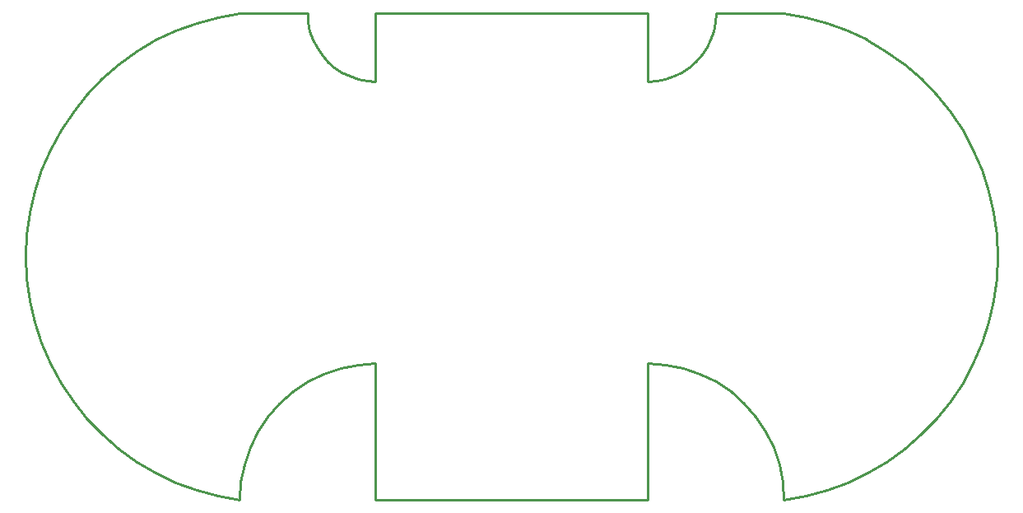
<source format=gko>
G04 Layer: BoardOutline*
G04 EasyEDA v6.4.19.5, 2021-06-24T18:33:29+08:00*
G04 aead1162afaa444bbc7f75adb803ea33,99b1a7aa48a248eb80d1c8c93250a523,10*
G04 Gerber Generator version 0.2*
G04 Scale: 100 percent, Rotated: No, Reflected: No *
G04 Dimensions in millimeters *
G04 leading zeros omitted , absolute positions ,4 integer and 5 decimal *
%FSLAX45Y45*%
%MOMM*%

%ADD10C,0.2540*%
D10*
X9096796Y13890175D02*
G01*
X8886898Y14035608D01*
X6635772Y13736452D02*
G01*
X6722478Y13765883D01*
X3654600Y10812599D02*
G01*
X3654600Y9412599D01*
X8886898Y14035608D02*
G01*
X8691191Y14151173D01*
X9568588Y13400460D02*
G01*
X9426285Y13577681D01*
X9268592Y13741364D02*
G01*
X9096796Y13890175D01*
X7854599Y14412600D02*
G01*
X7154600Y14412600D01*
X3292254Y10764895D02*
G01*
X3118843Y10706031D01*
X6454599Y10812599D02*
G01*
X6454599Y9412599D01*
X3654600Y10812599D02*
G01*
X3471862Y10800623D01*
X3292254Y10764895D01*
X2361168Y9948357D02*
G01*
X2302304Y9774946D01*
X2664650Y10402549D02*
G01*
X2543906Y10264866D01*
X2954599Y10625035D02*
G01*
X2802333Y10523293D01*
X2302304Y9774946D02*
G01*
X2266576Y9595337D01*
X2802333Y10523293D02*
G01*
X2664650Y10402549D01*
X3118843Y10706031D02*
G01*
X2954599Y10625035D01*
X7565293Y10264866D02*
G01*
X7444549Y10402549D01*
X7806895Y9774946D02*
G01*
X7748031Y9948357D01*
X2254600Y14412600D02*
G01*
X2954599Y14412600D01*
X7154600Y10625035D02*
G01*
X6990356Y10706031D01*
X6816945Y10764895D01*
X7444549Y10402549D02*
G01*
X7306866Y10523293D01*
X6816945Y10764895D02*
G01*
X6637337Y10800623D01*
X7306866Y10523293D02*
G01*
X7154600Y10625035D01*
X7748031Y9948357D02*
G01*
X7667035Y10112601D01*
X6637337Y10800623D02*
G01*
X6454599Y10812599D01*
X7854599Y9412599D02*
G01*
X7842623Y9595337D01*
X2266576Y9595337D02*
G01*
X2254600Y9412599D01*
X2543906Y10264866D02*
G01*
X2442164Y10112601D01*
X2361168Y9948357D01*
X7667035Y10112601D02*
G01*
X7565293Y10264866D01*
X7842623Y9595337D02*
G01*
X7806895Y9774946D01*
X6804599Y13806383D02*
G01*
X6880733Y13857251D01*
X6880733Y13857251D02*
G01*
X6949574Y13917625D01*
X7060818Y14062600D02*
G01*
X7101316Y14144721D01*
X7009947Y13986466D02*
G01*
X7060818Y14062600D01*
X7148611Y14321231D02*
G01*
X7154600Y14412600D01*
X7854599Y9412599D02*
G01*
X8078508Y9451632D01*
X8297989Y9510676D02*
G01*
X8511260Y9589254D01*
X8511260Y9589254D02*
G01*
X8716586Y9686724D01*
X8716586Y9686724D02*
G01*
X8912296Y9802294D01*
X9096796Y9935024D02*
G01*
X9268592Y10083835D01*
X9802545Y10813943D02*
G01*
X9892294Y11022756D01*
X9892294Y11022756D02*
G01*
X9962868Y11238809D01*
X9962868Y11238809D02*
G01*
X10013690Y11460337D01*
X10013690Y11460337D02*
G01*
X10044351Y11685546D01*
X10044351Y11685546D02*
G01*
X10054600Y11912600D01*
X9694351Y10614060D02*
G01*
X9802545Y10813943D01*
X6949574Y13917625D02*
G01*
X7009947Y13986466D01*
X7101316Y14144721D02*
G01*
X7130747Y14231426D01*
X9268592Y10083835D02*
G01*
X9426285Y10247518D01*
X8078508Y9451632D02*
G01*
X8297989Y9510676D01*
X9426285Y10247518D02*
G01*
X9568588Y10424739D01*
X6722478Y13765883D02*
G01*
X6804599Y13806383D01*
X8912296Y9802294D02*
G01*
X9096796Y9935024D01*
X9568588Y10424739D02*
G01*
X9694351Y10614060D01*
X7130747Y14231426D02*
G01*
X7148611Y14321231D01*
X3386721Y13765883D02*
G01*
X3304600Y13806383D01*
X10054600Y11912600D02*
G01*
X10044351Y12139653D01*
X6454599Y9412599D02*
G01*
X3654600Y9412599D01*
X10044351Y12139653D02*
G01*
X10013690Y12364862D01*
X6454599Y14412600D02*
G01*
X6454599Y13712598D01*
X3473427Y13736452D02*
G01*
X3386721Y13765883D01*
X2030691Y14373567D02*
G01*
X2254600Y14412600D01*
X6454599Y13712598D02*
G01*
X6545968Y13718588D01*
X8511260Y14235945D02*
G01*
X8297989Y14314523D01*
X8297989Y14314523D02*
G01*
X8078508Y14373567D01*
X3159625Y13917625D02*
G01*
X3099252Y13986466D01*
X9962868Y12586390D02*
G01*
X9892294Y12802443D01*
X9426285Y13577681D02*
G01*
X9268592Y13741364D01*
X10013690Y12364862D02*
G01*
X9962868Y12586390D01*
X3654600Y13712598D02*
G01*
X3654600Y14412600D01*
X9892294Y12802443D02*
G01*
X9802545Y13011256D01*
X8078508Y14373567D02*
G01*
X7854599Y14412600D01*
X3304600Y13806383D02*
G01*
X3228466Y13857251D01*
X3007883Y14144721D02*
G01*
X2978452Y14231426D01*
X2978452Y14231426D02*
G01*
X2960588Y14321231D01*
X2030691Y9451632D02*
G01*
X1811210Y9510676D01*
X3048381Y14062600D02*
G01*
X3007883Y14144721D01*
X1392613Y9686724D02*
G01*
X1196903Y9802294D01*
X1196903Y9802294D02*
G01*
X1012403Y9935024D01*
X9802545Y13011256D02*
G01*
X9694351Y13211139D01*
X3654600Y14412600D02*
G01*
X6454599Y14412600D01*
X3228466Y13857251D02*
G01*
X3159625Y13917625D01*
X2960588Y14321231D02*
G01*
X2954599Y14412600D01*
X3654600Y13712598D02*
G01*
X3563231Y13718588D01*
X1811210Y9510676D02*
G01*
X1597939Y9589254D01*
X8716586Y14138475D02*
G01*
X8511260Y14235945D01*
X3563231Y13718588D02*
G01*
X3473427Y13736452D01*
X3099252Y13986466D02*
G01*
X3048381Y14062600D01*
X216905Y11022756D02*
G01*
X146331Y11238809D01*
X6545968Y13718588D02*
G01*
X6635772Y13736452D01*
X9694351Y13211139D02*
G01*
X9568588Y13400460D01*
X146331Y12586390D02*
G01*
X216905Y12802443D01*
X840607Y13741364D02*
G01*
X1012403Y13890175D01*
X1196903Y14022905D01*
X540611Y10424739D02*
G01*
X414848Y10614060D01*
X414848Y10614060D02*
G01*
X306654Y10813943D01*
X682914Y13577681D02*
G01*
X840607Y13741364D01*
X306654Y10813943D02*
G01*
X216905Y11022756D01*
X64848Y12139653D02*
G01*
X95509Y12364862D01*
X1597939Y9589254D02*
G01*
X1392613Y9686724D01*
X95509Y11460337D02*
G01*
X64848Y11685546D01*
X95509Y12364862D02*
G01*
X146331Y12586390D01*
X216905Y12802443D02*
G01*
X306654Y13011256D01*
X840607Y10083835D02*
G01*
X682914Y10247518D01*
X1597939Y14235945D02*
G01*
X1811210Y14314523D01*
X1811210Y14314523D02*
G01*
X2030691Y14373567D01*
X540611Y13400460D02*
G01*
X682914Y13577681D01*
X1392613Y14138475D02*
G01*
X1597939Y14235945D01*
X306654Y13011256D02*
G01*
X414848Y13211139D01*
X540611Y13400460D01*
X1012403Y9935024D02*
G01*
X840607Y10083835D01*
X1196903Y14022905D02*
G01*
X1392613Y14138475D01*
X2254600Y9412599D02*
G01*
X2030691Y9451632D01*
X64848Y11685546D02*
G01*
X54599Y11912600D01*
X64848Y12139653D01*
X682914Y10247518D02*
G01*
X540611Y10424739D01*
X146331Y11238809D02*
G01*
X95509Y11460337D01*

%LPD*%
M02*

</source>
